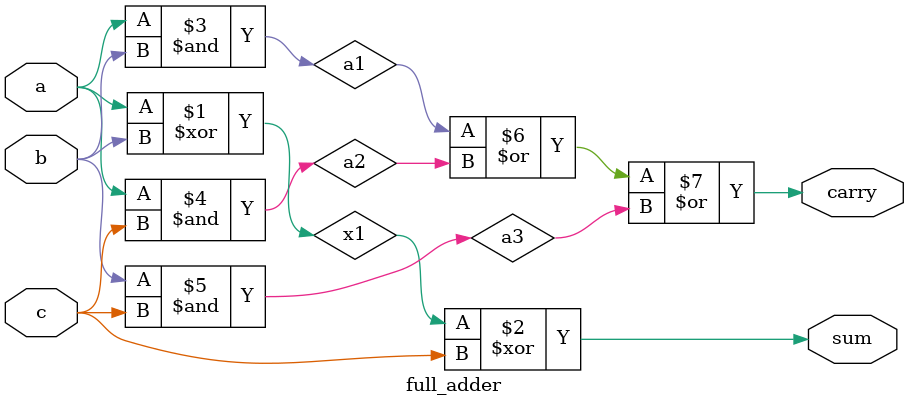
<source format=sv>
module full_adder
(
    input  logic a,
    input  logic b,
    input  logic c,
    output logic sum,
    output logic carry
);

    logic x1;
    logic a1, a2, a3;

    // XOR for Sum
    xor (x1, a, b);
    xor (sum, x1, c);

    // AND gates for Carry
    and (a1, a, b);
    and (a2, a, c);
    and (a3, b, c);

    // OR gate for final carry
    or (carry, a1, a2, a3);

endmodule

</source>
